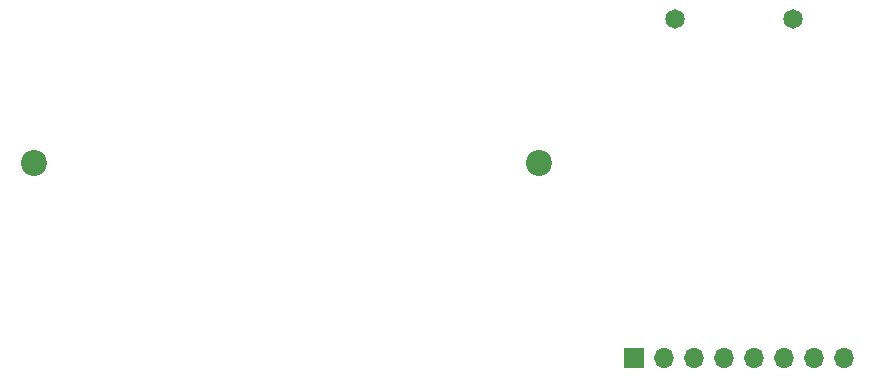
<source format=gbs>
%TF.GenerationSoftware,KiCad,Pcbnew,7.0.8-7.0.8~ubuntu22.04.1*%
%TF.CreationDate,2023-10-25T08:52:20+02:00*%
%TF.ProjectId,extension-cable,65787465-6e73-4696-9f6e-2d6361626c65,rev?*%
%TF.SameCoordinates,Original*%
%TF.FileFunction,Soldermask,Bot*%
%TF.FilePolarity,Negative*%
%FSLAX46Y46*%
G04 Gerber Fmt 4.6, Leading zero omitted, Abs format (unit mm)*
G04 Created by KiCad (PCBNEW 7.0.8-7.0.8~ubuntu22.04.1) date 2023-10-25 08:52:20*
%MOMM*%
%LPD*%
G01*
G04 APERTURE LIST*
%ADD10C,1.650000*%
%ADD11C,2.200000*%
%ADD12R,1.700000X1.700000*%
%ADD13O,1.700000X1.700000*%
G04 APERTURE END LIST*
D10*
X137310000Y-67225000D03*
X127310000Y-67225000D03*
D11*
X73000000Y-79460000D03*
X115770000Y-79460000D03*
D12*
X123820000Y-95955000D03*
D13*
X126360000Y-95955000D03*
X128900000Y-95955000D03*
X131440000Y-95955000D03*
X133980000Y-95955000D03*
X136520000Y-95955000D03*
X139060000Y-95955000D03*
X141600000Y-95955000D03*
M02*

</source>
